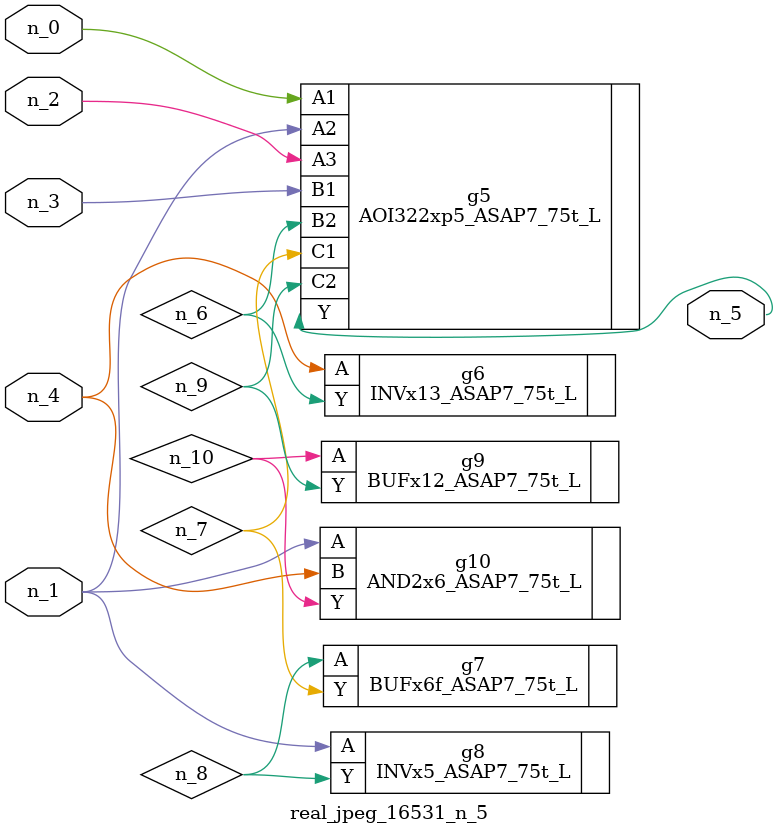
<source format=v>
module real_jpeg_16531_n_5 (n_4, n_0, n_1, n_2, n_3, n_5);

input n_4;
input n_0;
input n_1;
input n_2;
input n_3;

output n_5;

wire n_8;
wire n_6;
wire n_7;
wire n_10;
wire n_9;

AOI322xp5_ASAP7_75t_L g5 ( 
.A1(n_0),
.A2(n_1),
.A3(n_2),
.B1(n_3),
.B2(n_6),
.C1(n_7),
.C2(n_9),
.Y(n_5)
);

INVx5_ASAP7_75t_L g8 ( 
.A(n_1),
.Y(n_8)
);

AND2x6_ASAP7_75t_L g10 ( 
.A(n_1),
.B(n_4),
.Y(n_10)
);

INVx13_ASAP7_75t_L g6 ( 
.A(n_4),
.Y(n_6)
);

BUFx6f_ASAP7_75t_L g7 ( 
.A(n_8),
.Y(n_7)
);

BUFx12_ASAP7_75t_L g9 ( 
.A(n_10),
.Y(n_9)
);


endmodule
</source>
